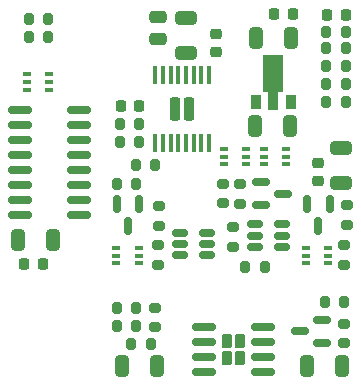
<source format=gbr>
%TF.GenerationSoftware,KiCad,Pcbnew,7.0.5*%
%TF.CreationDate,2023-07-29T18:05:39+03:00*%
%TF.ProjectId,models-heart,6d6f6465-6c73-42d6-9865-6172742e6b69,rev?*%
%TF.SameCoordinates,Original*%
%TF.FileFunction,Paste,Top*%
%TF.FilePolarity,Positive*%
%FSLAX46Y46*%
G04 Gerber Fmt 4.6, Leading zero omitted, Abs format (unit mm)*
G04 Created by KiCad (PCBNEW 7.0.5) date 2023-07-29 18:05:39*
%MOMM*%
%LPD*%
G01*
G04 APERTURE LIST*
G04 Aperture macros list*
%AMRoundRect*
0 Rectangle with rounded corners*
0 $1 Rounding radius*
0 $2 $3 $4 $5 $6 $7 $8 $9 X,Y pos of 4 corners*
0 Add a 4 corners polygon primitive as box body*
4,1,4,$2,$3,$4,$5,$6,$7,$8,$9,$2,$3,0*
0 Add four circle primitives for the rounded corners*
1,1,$1+$1,$2,$3*
1,1,$1+$1,$4,$5*
1,1,$1+$1,$6,$7*
1,1,$1+$1,$8,$9*
0 Add four rect primitives between the rounded corners*
20,1,$1+$1,$2,$3,$4,$5,0*
20,1,$1+$1,$4,$5,$6,$7,0*
20,1,$1+$1,$6,$7,$8,$9,0*
20,1,$1+$1,$8,$9,$2,$3,0*%
%AMFreePoly0*
4,1,9,3.862500,-0.866500,0.737500,-0.866500,0.737500,-0.450000,-0.737500,-0.450000,-0.737500,0.450000,0.737500,0.450000,0.737500,0.866500,3.862500,0.866500,3.862500,-0.866500,3.862500,-0.866500,$1*%
G04 Aperture macros list end*
%ADD10R,0.650000X0.400000*%
%ADD11RoundRect,0.200000X0.275000X-0.200000X0.275000X0.200000X-0.275000X0.200000X-0.275000X-0.200000X0*%
%ADD12RoundRect,0.250000X0.650000X-0.325000X0.650000X0.325000X-0.650000X0.325000X-0.650000X-0.325000X0*%
%ADD13RoundRect,0.200000X-0.275000X0.200000X-0.275000X-0.200000X0.275000X-0.200000X0.275000X0.200000X0*%
%ADD14RoundRect,0.225000X-0.225000X-0.250000X0.225000X-0.250000X0.225000X0.250000X-0.225000X0.250000X0*%
%ADD15RoundRect,0.150000X-0.587500X-0.150000X0.587500X-0.150000X0.587500X0.150000X-0.587500X0.150000X0*%
%ADD16RoundRect,0.200000X-0.200000X-0.275000X0.200000X-0.275000X0.200000X0.275000X-0.200000X0.275000X0*%
%ADD17RoundRect,0.225000X-0.250000X0.225000X-0.250000X-0.225000X0.250000X-0.225000X0.250000X0.225000X0*%
%ADD18RoundRect,0.200000X0.200000X0.275000X-0.200000X0.275000X-0.200000X-0.275000X0.200000X-0.275000X0*%
%ADD19RoundRect,0.232500X0.232500X-0.757500X0.232500X0.757500X-0.232500X0.757500X-0.232500X-0.757500X0*%
%ADD20RoundRect,0.100000X0.100000X-0.687500X0.100000X0.687500X-0.100000X0.687500X-0.100000X-0.687500X0*%
%ADD21RoundRect,0.150000X-0.512500X-0.150000X0.512500X-0.150000X0.512500X0.150000X-0.512500X0.150000X0*%
%ADD22RoundRect,0.250000X0.325000X0.650000X-0.325000X0.650000X-0.325000X-0.650000X0.325000X-0.650000X0*%
%ADD23RoundRect,0.250000X0.475000X-0.250000X0.475000X0.250000X-0.475000X0.250000X-0.475000X-0.250000X0*%
%ADD24R,0.900000X1.300000*%
%ADD25FreePoly0,90.000000*%
%ADD26RoundRect,0.250000X-0.325000X-0.650000X0.325000X-0.650000X0.325000X0.650000X-0.325000X0.650000X0*%
%ADD27RoundRect,0.150000X0.587500X0.150000X-0.587500X0.150000X-0.587500X-0.150000X0.587500X-0.150000X0*%
%ADD28RoundRect,0.230000X-0.230000X-0.375000X0.230000X-0.375000X0.230000X0.375000X-0.230000X0.375000X0*%
%ADD29RoundRect,0.150000X-0.825000X-0.150000X0.825000X-0.150000X0.825000X0.150000X-0.825000X0.150000X0*%
%ADD30RoundRect,0.150000X-0.150000X0.587500X-0.150000X-0.587500X0.150000X-0.587500X0.150000X0.587500X0*%
%ADD31RoundRect,0.150000X0.825000X0.150000X-0.825000X0.150000X-0.825000X-0.150000X0.825000X-0.150000X0*%
%ADD32RoundRect,0.225000X0.250000X-0.225000X0.250000X0.225000X-0.250000X0.225000X-0.250000X-0.225000X0*%
%ADD33RoundRect,0.225000X0.225000X0.250000X-0.225000X0.250000X-0.225000X-0.250000X0.225000X-0.250000X0*%
G04 APERTURE END LIST*
D10*
%TO.C,D3*%
X79800000Y-39300000D03*
X79800000Y-39950000D03*
X79800000Y-40600000D03*
X81700000Y-40600000D03*
X81700000Y-39950000D03*
X81700000Y-39300000D03*
%TD*%
D11*
%TO.C,R4*%
X74000000Y-54400000D03*
X74000000Y-52750000D03*
%TD*%
D12*
%TO.C,C13*%
X76600000Y-31150000D03*
X76600000Y-28200000D03*
%TD*%
D11*
%TO.C,R13*%
X90000000Y-49112500D03*
X90000000Y-47462500D03*
%TD*%
D13*
%TO.C,R12*%
X74300000Y-44150000D03*
X74300000Y-45800000D03*
%TD*%
D14*
%TO.C,C3*%
X62900000Y-49080000D03*
X64450000Y-49080000D03*
%TD*%
D15*
%TO.C,Q8*%
X82925000Y-42150000D03*
X82925000Y-44050000D03*
X84800000Y-43100000D03*
%TD*%
D12*
%TO.C,C10*%
X89700000Y-42212500D03*
X89700000Y-39262500D03*
%TD*%
D16*
%TO.C,R3*%
X81600000Y-49300000D03*
X83250000Y-49300000D03*
%TD*%
D17*
%TO.C,C12*%
X79100000Y-29562500D03*
X79100000Y-31112500D03*
%TD*%
D18*
%TO.C,R20*%
X90100000Y-32300000D03*
X88450000Y-32300000D03*
%TD*%
D16*
%TO.C,R15*%
X71000000Y-37200000D03*
X72650000Y-37200000D03*
%TD*%
D19*
%TO.C,U6*%
X75695000Y-35937500D03*
X76855000Y-35937500D03*
D20*
X74000000Y-38800000D03*
X74650000Y-38800000D03*
X75300000Y-38800000D03*
X75950000Y-38800000D03*
X76600000Y-38800000D03*
X77250000Y-38800000D03*
X77900000Y-38800000D03*
X78550000Y-38800000D03*
X78550000Y-33075000D03*
X77900000Y-33075000D03*
X77250000Y-33075000D03*
X76600000Y-33075000D03*
X75950000Y-33075000D03*
X75300000Y-33075000D03*
X74650000Y-33075000D03*
X74000000Y-33075000D03*
%TD*%
D21*
%TO.C,Q2*%
X76100000Y-46400000D03*
X76100000Y-47350000D03*
X76100000Y-48300000D03*
X78375000Y-48300000D03*
X78375000Y-47350000D03*
X78375000Y-46400000D03*
%TD*%
D18*
%TO.C,R5*%
X64925000Y-29800000D03*
X63275000Y-29800000D03*
%TD*%
D22*
%TO.C,C6*%
X85512500Y-29900000D03*
X82562500Y-29900000D03*
%TD*%
D16*
%TO.C,R2*%
X88350000Y-52250000D03*
X90000000Y-52250000D03*
%TD*%
D18*
%TO.C,R6*%
X64925000Y-28300000D03*
X63275000Y-28300000D03*
%TD*%
D23*
%TO.C,C14*%
X74200000Y-30000000D03*
X74200000Y-28100000D03*
%TD*%
D10*
%TO.C,Q3*%
X65000000Y-34300000D03*
X65000000Y-33650000D03*
X65000000Y-33000000D03*
X63100000Y-33000000D03*
X63100000Y-33650000D03*
X63100000Y-34300000D03*
%TD*%
D24*
%TO.C,U4*%
X82500000Y-35300000D03*
D25*
X84000000Y-35212500D03*
D24*
X85500000Y-35300000D03*
%TD*%
D16*
%TO.C,R22*%
X72350000Y-40700000D03*
X74000000Y-40700000D03*
%TD*%
D18*
%TO.C,R24*%
X72375000Y-42300000D03*
X70725000Y-42300000D03*
%TD*%
D22*
%TO.C,C5*%
X85412500Y-37400000D03*
X82462500Y-37400000D03*
%TD*%
D13*
%TO.C,R1*%
X90000000Y-54100000D03*
X90000000Y-55750000D03*
%TD*%
D26*
%TO.C,C4*%
X62400000Y-46980000D03*
X65350000Y-46980000D03*
%TD*%
D21*
%TO.C,U2*%
X82425000Y-45700000D03*
X82425000Y-46650000D03*
X82425000Y-47600000D03*
X84700000Y-47600000D03*
X84700000Y-46650000D03*
X84700000Y-45700000D03*
%TD*%
D16*
%TO.C,R18*%
X88462500Y-35300000D03*
X90112500Y-35300000D03*
%TD*%
D11*
%TO.C,R11*%
X74200000Y-49112500D03*
X74200000Y-47462500D03*
%TD*%
D18*
%TO.C,R17*%
X90137500Y-29400000D03*
X88487500Y-29400000D03*
%TD*%
D10*
%TO.C,Q6*%
X72600000Y-49000000D03*
X72600000Y-48350000D03*
X72600000Y-47700000D03*
X70700000Y-47700000D03*
X70700000Y-48350000D03*
X70700000Y-49000000D03*
%TD*%
%TO.C,Q9*%
X83200000Y-39300000D03*
X83200000Y-39950000D03*
X83200000Y-40600000D03*
X85100000Y-40600000D03*
X85100000Y-39950000D03*
X85100000Y-39300000D03*
%TD*%
D13*
%TO.C,R10*%
X80600000Y-45950000D03*
X80600000Y-47600000D03*
%TD*%
D22*
%TO.C,C1*%
X74112500Y-57700000D03*
X71162500Y-57700000D03*
%TD*%
D27*
%TO.C,Q1*%
X88125000Y-55700000D03*
X88125000Y-53800000D03*
X86250000Y-54750000D03*
%TD*%
D10*
%TO.C,Q7*%
X88645000Y-49000000D03*
X88645000Y-48350000D03*
X88645000Y-47700000D03*
X86745000Y-47700000D03*
X86745000Y-48350000D03*
X86745000Y-49000000D03*
%TD*%
D11*
%TO.C,R23*%
X81200000Y-43937500D03*
X81200000Y-42287500D03*
%TD*%
D13*
%TO.C,R25*%
X79700000Y-42262500D03*
X79700000Y-43912500D03*
%TD*%
D18*
%TO.C,R8*%
X73612500Y-55800000D03*
X71962500Y-55800000D03*
%TD*%
D16*
%TO.C,R21*%
X88450000Y-33800000D03*
X90100000Y-33800000D03*
%TD*%
D26*
%TO.C,C2*%
X86862500Y-57700000D03*
X89812500Y-57700000D03*
%TD*%
D13*
%TO.C,R14*%
X90200000Y-44087500D03*
X90200000Y-45737500D03*
%TD*%
D28*
%TO.C,U1*%
X80030000Y-55550000D03*
X80030000Y-57050000D03*
X81170000Y-55550000D03*
X81170000Y-57050000D03*
D29*
X78125000Y-54395000D03*
X78125000Y-55665000D03*
X78125000Y-56935000D03*
X78125000Y-58205000D03*
X83075000Y-58205000D03*
X83075000Y-56935000D03*
X83075000Y-55665000D03*
X83075000Y-54395000D03*
%TD*%
D30*
%TO.C,Q4*%
X88750000Y-44000000D03*
X86850000Y-44000000D03*
X87800000Y-45875000D03*
%TD*%
D31*
%TO.C,U3*%
X67500000Y-44870000D03*
X67500000Y-43600000D03*
X67500000Y-42330000D03*
X67500000Y-41060000D03*
X67500000Y-39790000D03*
X67500000Y-38520000D03*
X67500000Y-37250000D03*
X67500000Y-35980000D03*
X62550000Y-35980000D03*
X62550000Y-37250000D03*
X62550000Y-38520000D03*
X62550000Y-39790000D03*
X62550000Y-41060000D03*
X62550000Y-42330000D03*
X62550000Y-43600000D03*
X62550000Y-44870000D03*
%TD*%
D18*
%TO.C,R7*%
X72400000Y-52800000D03*
X70750000Y-52800000D03*
%TD*%
D32*
%TO.C,C11*%
X87800000Y-42012500D03*
X87800000Y-40462500D03*
%TD*%
D14*
%TO.C,C9*%
X88550000Y-28000000D03*
X90100000Y-28000000D03*
%TD*%
D30*
%TO.C,Q5*%
X72650000Y-44000000D03*
X70750000Y-44000000D03*
X71700000Y-45875000D03*
%TD*%
D18*
%TO.C,R9*%
X72400000Y-54300000D03*
X70750000Y-54300000D03*
%TD*%
D16*
%TO.C,R16*%
X88450000Y-30800000D03*
X90100000Y-30800000D03*
%TD*%
D33*
%TO.C,C7*%
X85612500Y-27900000D03*
X84062500Y-27900000D03*
%TD*%
%TO.C,C8*%
X72650000Y-35690000D03*
X71100000Y-35690000D03*
%TD*%
D16*
%TO.C,R19*%
X71000000Y-38700000D03*
X72650000Y-38700000D03*
%TD*%
M02*

</source>
